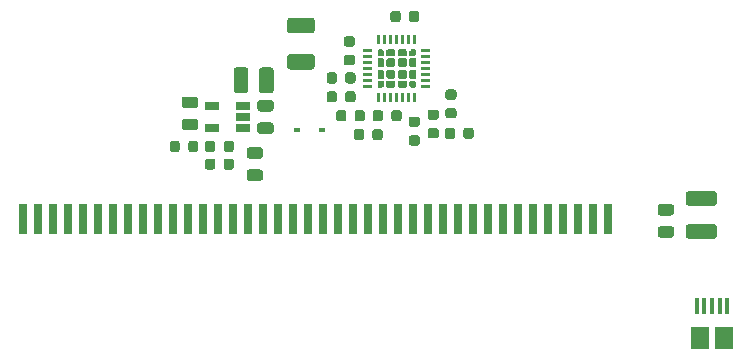
<source format=gbr>
%TF.GenerationSoftware,KiCad,Pcbnew,5.99.0-unknown-acf13a186~104~ubuntu20.04.1*%
%TF.CreationDate,2020-09-23T14:04:27+02:00*%
%TF.ProjectId,matrixctl,6d617472-6978-4637-946c-2e6b69636164,rev?*%
%TF.SameCoordinates,Original*%
%TF.FileFunction,Paste,Top*%
%TF.FilePolarity,Positive*%
%FSLAX46Y46*%
G04 Gerber Fmt 4.6, Leading zero omitted, Abs format (unit mm)*
G04 Created by KiCad (PCBNEW 5.99.0-unknown-acf13a186~104~ubuntu20.04.1) date 2020-09-23 14:04:27*
%MOMM*%
%LPD*%
G01*
G04 APERTURE LIST*
%ADD10R,0.600000X0.450000*%
%ADD11R,1.220000X0.650000*%
%ADD12R,0.800000X2.500000*%
%ADD13R,0.400000X1.350000*%
%ADD14R,1.500000X1.900000*%
G04 APERTURE END LIST*
%TO.C,R106*%
G36*
G01*
X131543750Y-113675000D02*
X132056250Y-113675000D01*
G75*
G02*
X132275000Y-113893750I0J-218750D01*
G01*
X132275000Y-114331250D01*
G75*
G02*
X132056250Y-114550000I-218750J0D01*
G01*
X131543750Y-114550000D01*
G75*
G02*
X131325000Y-114331250I0J218750D01*
G01*
X131325000Y-113893750D01*
G75*
G02*
X131543750Y-113675000I218750J0D01*
G01*
G37*
G36*
G01*
X131543750Y-115250000D02*
X132056250Y-115250000D01*
G75*
G02*
X132275000Y-115468750I0J-218750D01*
G01*
X132275000Y-115906250D01*
G75*
G02*
X132056250Y-116125000I-218750J0D01*
G01*
X131543750Y-116125000D01*
G75*
G02*
X131325000Y-115906250I0J218750D01*
G01*
X131325000Y-115468750D01*
G75*
G02*
X131543750Y-115250000I218750J0D01*
G01*
G37*
%TD*%
%TO.C,R2*%
G36*
G01*
X113525000Y-115943750D02*
X113525000Y-116456250D01*
G75*
G02*
X113306250Y-116675000I-218750J0D01*
G01*
X112868750Y-116675000D01*
G75*
G02*
X112650000Y-116456250I0J218750D01*
G01*
X112650000Y-115943750D01*
G75*
G02*
X112868750Y-115725000I218750J0D01*
G01*
X113306250Y-115725000D01*
G75*
G02*
X113525000Y-115943750I0J-218750D01*
G01*
G37*
G36*
G01*
X111950000Y-115943750D02*
X111950000Y-116456250D01*
G75*
G02*
X111731250Y-116675000I-218750J0D01*
G01*
X111293750Y-116675000D01*
G75*
G02*
X111075000Y-116456250I0J218750D01*
G01*
X111075000Y-115943750D01*
G75*
G02*
X111293750Y-115725000I218750J0D01*
G01*
X111731250Y-115725000D01*
G75*
G02*
X111950000Y-115943750I0J-218750D01*
G01*
G37*
%TD*%
%TO.C,FB102*%
G36*
G01*
X118756250Y-119125000D02*
X117843750Y-119125000D01*
G75*
G02*
X117600000Y-118881250I0J243750D01*
G01*
X117600000Y-118393750D01*
G75*
G02*
X117843750Y-118150000I243750J0D01*
G01*
X118756250Y-118150000D01*
G75*
G02*
X119000000Y-118393750I0J-243750D01*
G01*
X119000000Y-118881250D01*
G75*
G02*
X118756250Y-119125000I-243750J0D01*
G01*
G37*
G36*
G01*
X118756250Y-117250000D02*
X117843750Y-117250000D01*
G75*
G02*
X117600000Y-117006250I0J243750D01*
G01*
X117600000Y-116518750D01*
G75*
G02*
X117843750Y-116275000I243750J0D01*
G01*
X118756250Y-116275000D01*
G75*
G02*
X119000000Y-116518750I0J-243750D01*
G01*
X119000000Y-117006250D01*
G75*
G02*
X118756250Y-117250000I-243750J0D01*
G01*
G37*
%TD*%
%TO.C,C2*%
G36*
G01*
X116525000Y-115943750D02*
X116525000Y-116456250D01*
G75*
G02*
X116306250Y-116675000I-218750J0D01*
G01*
X115868750Y-116675000D01*
G75*
G02*
X115650000Y-116456250I0J218750D01*
G01*
X115650000Y-115943750D01*
G75*
G02*
X115868750Y-115725000I218750J0D01*
G01*
X116306250Y-115725000D01*
G75*
G02*
X116525000Y-115943750I0J-218750D01*
G01*
G37*
G36*
G01*
X114950000Y-115943750D02*
X114950000Y-116456250D01*
G75*
G02*
X114731250Y-116675000I-218750J0D01*
G01*
X114293750Y-116675000D01*
G75*
G02*
X114075000Y-116456250I0J218750D01*
G01*
X114075000Y-115943750D01*
G75*
G02*
X114293750Y-115725000I218750J0D01*
G01*
X114731250Y-115725000D01*
G75*
G02*
X114950000Y-115943750I0J-218750D01*
G01*
G37*
%TD*%
%TO.C,C101*%
G36*
G01*
X123125000Y-109700000D02*
X121275000Y-109700000D01*
G75*
G02*
X121025000Y-109450000I0J250000D01*
G01*
X121025000Y-108625000D01*
G75*
G02*
X121275000Y-108375000I250000J0D01*
G01*
X123125000Y-108375000D01*
G75*
G02*
X123375000Y-108625000I0J-250000D01*
G01*
X123375000Y-109450000D01*
G75*
G02*
X123125000Y-109700000I-250000J0D01*
G01*
G37*
G36*
G01*
X123125000Y-106625000D02*
X121275000Y-106625000D01*
G75*
G02*
X121025000Y-106375000I0J250000D01*
G01*
X121025000Y-105550000D01*
G75*
G02*
X121275000Y-105300000I250000J0D01*
G01*
X123125000Y-105300000D01*
G75*
G02*
X123375000Y-105550000I0J-250000D01*
G01*
X123375000Y-106375000D01*
G75*
G02*
X123125000Y-106625000I-250000J0D01*
G01*
G37*
%TD*%
%TO.C,R112*%
G36*
G01*
X133656250Y-115525000D02*
X133143750Y-115525000D01*
G75*
G02*
X132925000Y-115306250I0J218750D01*
G01*
X132925000Y-114868750D01*
G75*
G02*
X133143750Y-114650000I218750J0D01*
G01*
X133656250Y-114650000D01*
G75*
G02*
X133875000Y-114868750I0J-218750D01*
G01*
X133875000Y-115306250D01*
G75*
G02*
X133656250Y-115525000I-218750J0D01*
G01*
G37*
G36*
G01*
X133656250Y-113950000D02*
X133143750Y-113950000D01*
G75*
G02*
X132925000Y-113731250I0J218750D01*
G01*
X132925000Y-113293750D01*
G75*
G02*
X133143750Y-113075000I218750J0D01*
G01*
X133656250Y-113075000D01*
G75*
G02*
X133875000Y-113293750I0J-218750D01*
G01*
X133875000Y-113731250D01*
G75*
G02*
X133656250Y-113950000I-218750J0D01*
G01*
G37*
%TD*%
%TO.C,R103*%
G36*
G01*
X128275000Y-113856250D02*
X128275000Y-113343750D01*
G75*
G02*
X128493750Y-113125000I218750J0D01*
G01*
X128931250Y-113125000D01*
G75*
G02*
X129150000Y-113343750I0J-218750D01*
G01*
X129150000Y-113856250D01*
G75*
G02*
X128931250Y-114075000I-218750J0D01*
G01*
X128493750Y-114075000D01*
G75*
G02*
X128275000Y-113856250I0J218750D01*
G01*
G37*
G36*
G01*
X129850000Y-113856250D02*
X129850000Y-113343750D01*
G75*
G02*
X130068750Y-113125000I218750J0D01*
G01*
X130506250Y-113125000D01*
G75*
G02*
X130725000Y-113343750I0J-218750D01*
G01*
X130725000Y-113856250D01*
G75*
G02*
X130506250Y-114075000I-218750J0D01*
G01*
X130068750Y-114075000D01*
G75*
G02*
X129850000Y-113856250I0J218750D01*
G01*
G37*
%TD*%
%TO.C,R1*%
G36*
G01*
X116525000Y-117443750D02*
X116525000Y-117956250D01*
G75*
G02*
X116306250Y-118175000I-218750J0D01*
G01*
X115868750Y-118175000D01*
G75*
G02*
X115650000Y-117956250I0J218750D01*
G01*
X115650000Y-117443750D01*
G75*
G02*
X115868750Y-117225000I218750J0D01*
G01*
X116306250Y-117225000D01*
G75*
G02*
X116525000Y-117443750I0J-218750D01*
G01*
G37*
G36*
G01*
X114950000Y-117443750D02*
X114950000Y-117956250D01*
G75*
G02*
X114731250Y-118175000I-218750J0D01*
G01*
X114293750Y-118175000D01*
G75*
G02*
X114075000Y-117956250I0J218750D01*
G01*
X114075000Y-117443750D01*
G75*
G02*
X114293750Y-117225000I218750J0D01*
G01*
X114731250Y-117225000D01*
G75*
G02*
X114950000Y-117443750I0J-218750D01*
G01*
G37*
%TD*%
%TO.C,C3*%
G36*
G01*
X112343750Y-111975000D02*
X113256250Y-111975000D01*
G75*
G02*
X113500000Y-112218750I0J-243750D01*
G01*
X113500000Y-112706250D01*
G75*
G02*
X113256250Y-112950000I-243750J0D01*
G01*
X112343750Y-112950000D01*
G75*
G02*
X112100000Y-112706250I0J243750D01*
G01*
X112100000Y-112218750D01*
G75*
G02*
X112343750Y-111975000I243750J0D01*
G01*
G37*
G36*
G01*
X112343750Y-113850000D02*
X113256250Y-113850000D01*
G75*
G02*
X113500000Y-114093750I0J-243750D01*
G01*
X113500000Y-114581250D01*
G75*
G02*
X113256250Y-114825000I-243750J0D01*
G01*
X112343750Y-114825000D01*
G75*
G02*
X112100000Y-114581250I0J243750D01*
G01*
X112100000Y-114093750D01*
G75*
G02*
X112343750Y-113850000I243750J0D01*
G01*
G37*
%TD*%
%TO.C,R101*%
G36*
G01*
X134375000Y-115356250D02*
X134375000Y-114843750D01*
G75*
G02*
X134593750Y-114625000I218750J0D01*
G01*
X135031250Y-114625000D01*
G75*
G02*
X135250000Y-114843750I0J-218750D01*
G01*
X135250000Y-115356250D01*
G75*
G02*
X135031250Y-115575000I-218750J0D01*
G01*
X134593750Y-115575000D01*
G75*
G02*
X134375000Y-115356250I0J218750D01*
G01*
G37*
G36*
G01*
X135950000Y-115356250D02*
X135950000Y-114843750D01*
G75*
G02*
X136168750Y-114625000I218750J0D01*
G01*
X136606250Y-114625000D01*
G75*
G02*
X136825000Y-114843750I0J-218750D01*
G01*
X136825000Y-115356250D01*
G75*
G02*
X136606250Y-115575000I-218750J0D01*
G01*
X136168750Y-115575000D01*
G75*
G02*
X135950000Y-115356250I0J218750D01*
G01*
G37*
%TD*%
%TO.C,L1*%
G36*
G01*
X116500000Y-111450000D02*
X116500000Y-109750000D01*
G75*
G02*
X116750000Y-109500000I250000J0D01*
G01*
X117500000Y-109500000D01*
G75*
G02*
X117750000Y-109750000I0J-250000D01*
G01*
X117750000Y-111450000D01*
G75*
G02*
X117500000Y-111700000I-250000J0D01*
G01*
X116750000Y-111700000D01*
G75*
G02*
X116500000Y-111450000I0J250000D01*
G01*
G37*
G36*
G01*
X118650000Y-111450000D02*
X118650000Y-109750000D01*
G75*
G02*
X118900000Y-109500000I250000J0D01*
G01*
X119650000Y-109500000D01*
G75*
G02*
X119900000Y-109750000I0J-250000D01*
G01*
X119900000Y-111450000D01*
G75*
G02*
X119650000Y-111700000I-250000J0D01*
G01*
X118900000Y-111700000D01*
G75*
G02*
X118650000Y-111450000I0J250000D01*
G01*
G37*
%TD*%
D10*
%TO.C,D101*%
X123950000Y-114800000D03*
X121850000Y-114800000D03*
%TD*%
%TO.C,FB101*%
G36*
G01*
X153556250Y-123925000D02*
X152643750Y-123925000D01*
G75*
G02*
X152400000Y-123681250I0J243750D01*
G01*
X152400000Y-123193750D01*
G75*
G02*
X152643750Y-122950000I243750J0D01*
G01*
X153556250Y-122950000D01*
G75*
G02*
X153800000Y-123193750I0J-243750D01*
G01*
X153800000Y-123681250D01*
G75*
G02*
X153556250Y-123925000I-243750J0D01*
G01*
G37*
G36*
G01*
X153556250Y-122050000D02*
X152643750Y-122050000D01*
G75*
G02*
X152400000Y-121806250I0J243750D01*
G01*
X152400000Y-121318750D01*
G75*
G02*
X152643750Y-121075000I243750J0D01*
G01*
X153556250Y-121075000D01*
G75*
G02*
X153800000Y-121318750I0J-243750D01*
G01*
X153800000Y-121806250D01*
G75*
G02*
X153556250Y-122050000I-243750J0D01*
G01*
G37*
%TD*%
%TO.C,R102*%
G36*
G01*
X135156250Y-113825000D02*
X134643750Y-113825000D01*
G75*
G02*
X134425000Y-113606250I0J218750D01*
G01*
X134425000Y-113168750D01*
G75*
G02*
X134643750Y-112950000I218750J0D01*
G01*
X135156250Y-112950000D01*
G75*
G02*
X135375000Y-113168750I0J-218750D01*
G01*
X135375000Y-113606250D01*
G75*
G02*
X135156250Y-113825000I-218750J0D01*
G01*
G37*
G36*
G01*
X135156250Y-112250000D02*
X134643750Y-112250000D01*
G75*
G02*
X134425000Y-112031250I0J218750D01*
G01*
X134425000Y-111593750D01*
G75*
G02*
X134643750Y-111375000I218750J0D01*
G01*
X135156250Y-111375000D01*
G75*
G02*
X135375000Y-111593750I0J-218750D01*
G01*
X135375000Y-112031250D01*
G75*
G02*
X135156250Y-112250000I-218750J0D01*
G01*
G37*
%TD*%
%TO.C,C105*%
G36*
G01*
X127625000Y-113343750D02*
X127625000Y-113856250D01*
G75*
G02*
X127406250Y-114075000I-218750J0D01*
G01*
X126968750Y-114075000D01*
G75*
G02*
X126750000Y-113856250I0J218750D01*
G01*
X126750000Y-113343750D01*
G75*
G02*
X126968750Y-113125000I218750J0D01*
G01*
X127406250Y-113125000D01*
G75*
G02*
X127625000Y-113343750I0J-218750D01*
G01*
G37*
G36*
G01*
X126050000Y-113343750D02*
X126050000Y-113856250D01*
G75*
G02*
X125831250Y-114075000I-218750J0D01*
G01*
X125393750Y-114075000D01*
G75*
G02*
X125175000Y-113856250I0J218750D01*
G01*
X125175000Y-113343750D01*
G75*
G02*
X125393750Y-113125000I218750J0D01*
G01*
X125831250Y-113125000D01*
G75*
G02*
X126050000Y-113343750I0J-218750D01*
G01*
G37*
%TD*%
%TO.C,F1*%
G36*
G01*
X155025000Y-119975000D02*
X157175000Y-119975000D01*
G75*
G02*
X157425000Y-120225000I0J-250000D01*
G01*
X157425000Y-120975000D01*
G75*
G02*
X157175000Y-121225000I-250000J0D01*
G01*
X155025000Y-121225000D01*
G75*
G02*
X154775000Y-120975000I0J250000D01*
G01*
X154775000Y-120225000D01*
G75*
G02*
X155025000Y-119975000I250000J0D01*
G01*
G37*
G36*
G01*
X155025000Y-122775000D02*
X157175000Y-122775000D01*
G75*
G02*
X157425000Y-123025000I0J-250000D01*
G01*
X157425000Y-123775000D01*
G75*
G02*
X157175000Y-124025000I-250000J0D01*
G01*
X155025000Y-124025000D01*
G75*
G02*
X154775000Y-123775000I0J250000D01*
G01*
X154775000Y-123025000D01*
G75*
G02*
X155025000Y-122775000I250000J0D01*
G01*
G37*
%TD*%
%TO.C,C103*%
G36*
G01*
X129775000Y-105456250D02*
X129775000Y-104943750D01*
G75*
G02*
X129993750Y-104725000I218750J0D01*
G01*
X130431250Y-104725000D01*
G75*
G02*
X130650000Y-104943750I0J-218750D01*
G01*
X130650000Y-105456250D01*
G75*
G02*
X130431250Y-105675000I-218750J0D01*
G01*
X129993750Y-105675000D01*
G75*
G02*
X129775000Y-105456250I0J218750D01*
G01*
G37*
G36*
G01*
X131350000Y-105456250D02*
X131350000Y-104943750D01*
G75*
G02*
X131568750Y-104725000I218750J0D01*
G01*
X132006250Y-104725000D01*
G75*
G02*
X132225000Y-104943750I0J-218750D01*
G01*
X132225000Y-105456250D01*
G75*
G02*
X132006250Y-105675000I-218750J0D01*
G01*
X131568750Y-105675000D01*
G75*
G02*
X131350000Y-105456250I0J218750D01*
G01*
G37*
%TD*%
%TO.C,R105*%
G36*
G01*
X126825000Y-110143750D02*
X126825000Y-110656250D01*
G75*
G02*
X126606250Y-110875000I-218750J0D01*
G01*
X126168750Y-110875000D01*
G75*
G02*
X125950000Y-110656250I0J218750D01*
G01*
X125950000Y-110143750D01*
G75*
G02*
X126168750Y-109925000I218750J0D01*
G01*
X126606250Y-109925000D01*
G75*
G02*
X126825000Y-110143750I0J-218750D01*
G01*
G37*
G36*
G01*
X125250000Y-110143750D02*
X125250000Y-110656250D01*
G75*
G02*
X125031250Y-110875000I-218750J0D01*
G01*
X124593750Y-110875000D01*
G75*
G02*
X124375000Y-110656250I0J218750D01*
G01*
X124375000Y-110143750D01*
G75*
G02*
X124593750Y-109925000I218750J0D01*
G01*
X125031250Y-109925000D01*
G75*
G02*
X125250000Y-110143750I0J-218750D01*
G01*
G37*
%TD*%
D11*
%TO.C,U1*%
X117310000Y-114650000D03*
X117310000Y-113700000D03*
X117310000Y-112750000D03*
X114690000Y-112750000D03*
X114690000Y-114650000D03*
%TD*%
%TO.C,C1*%
G36*
G01*
X118743750Y-112275000D02*
X119656250Y-112275000D01*
G75*
G02*
X119900000Y-112518750I0J-243750D01*
G01*
X119900000Y-113006250D01*
G75*
G02*
X119656250Y-113250000I-243750J0D01*
G01*
X118743750Y-113250000D01*
G75*
G02*
X118500000Y-113006250I0J243750D01*
G01*
X118500000Y-112518750D01*
G75*
G02*
X118743750Y-112275000I243750J0D01*
G01*
G37*
G36*
G01*
X118743750Y-114150000D02*
X119656250Y-114150000D01*
G75*
G02*
X119900000Y-114393750I0J-243750D01*
G01*
X119900000Y-114881250D01*
G75*
G02*
X119656250Y-115125000I-243750J0D01*
G01*
X118743750Y-115125000D01*
G75*
G02*
X118500000Y-114881250I0J243750D01*
G01*
X118500000Y-114393750D01*
G75*
G02*
X118743750Y-114150000I243750J0D01*
G01*
G37*
%TD*%
D12*
%TO.C,U2*%
X148165000Y-122300000D03*
X146895000Y-122300000D03*
X145625000Y-122300000D03*
X144355000Y-122300000D03*
X143085000Y-122300000D03*
X141815000Y-122300000D03*
X140545000Y-122300000D03*
X139275000Y-122300000D03*
X138005000Y-122300000D03*
X136735000Y-122300000D03*
X135465000Y-122300000D03*
X134195000Y-122300000D03*
X132925000Y-122300000D03*
X131655000Y-122300000D03*
X130385000Y-122300000D03*
X129115000Y-122300000D03*
X127845000Y-122300000D03*
X126575000Y-122300000D03*
X125305000Y-122300000D03*
X124035000Y-122300000D03*
X122765000Y-122300000D03*
X121495000Y-122300000D03*
X120225000Y-122300000D03*
X118955000Y-122300000D03*
X117685000Y-122300000D03*
X116415000Y-122300000D03*
X115145000Y-122300000D03*
X113875000Y-122300000D03*
X112605000Y-122300000D03*
X111335000Y-122300000D03*
X110065000Y-122300000D03*
X108795000Y-122300000D03*
X107525000Y-122300000D03*
X106255000Y-122300000D03*
X104985000Y-122300000D03*
X103715000Y-122300000D03*
X102445000Y-122300000D03*
X101175000Y-122300000D03*
X99905000Y-122300000D03*
X98635000Y-122300000D03*
%TD*%
%TO.C,R104*%
G36*
G01*
X126675000Y-115456250D02*
X126675000Y-114943750D01*
G75*
G02*
X126893750Y-114725000I218750J0D01*
G01*
X127331250Y-114725000D01*
G75*
G02*
X127550000Y-114943750I0J-218750D01*
G01*
X127550000Y-115456250D01*
G75*
G02*
X127331250Y-115675000I-218750J0D01*
G01*
X126893750Y-115675000D01*
G75*
G02*
X126675000Y-115456250I0J218750D01*
G01*
G37*
G36*
G01*
X128250000Y-115456250D02*
X128250000Y-114943750D01*
G75*
G02*
X128468750Y-114725000I218750J0D01*
G01*
X128906250Y-114725000D01*
G75*
G02*
X129125000Y-114943750I0J-218750D01*
G01*
X129125000Y-115456250D01*
G75*
G02*
X128906250Y-115675000I-218750J0D01*
G01*
X128468750Y-115675000D01*
G75*
G02*
X128250000Y-115456250I0J218750D01*
G01*
G37*
%TD*%
D13*
%TO.C,J104*%
X155700000Y-129737500D03*
X156350000Y-129737500D03*
X157000000Y-129737500D03*
X157650000Y-129737500D03*
X158300000Y-129737500D03*
D14*
X156000000Y-132437500D03*
X158000000Y-132437500D03*
%TD*%
%TO.C,C102*%
G36*
G01*
X126556250Y-109325000D02*
X126043750Y-109325000D01*
G75*
G02*
X125825000Y-109106250I0J218750D01*
G01*
X125825000Y-108668750D01*
G75*
G02*
X126043750Y-108450000I218750J0D01*
G01*
X126556250Y-108450000D01*
G75*
G02*
X126775000Y-108668750I0J-218750D01*
G01*
X126775000Y-109106250D01*
G75*
G02*
X126556250Y-109325000I-218750J0D01*
G01*
G37*
G36*
G01*
X126556250Y-107750000D02*
X126043750Y-107750000D01*
G75*
G02*
X125825000Y-107531250I0J218750D01*
G01*
X125825000Y-107093750D01*
G75*
G02*
X126043750Y-106875000I218750J0D01*
G01*
X126556250Y-106875000D01*
G75*
G02*
X126775000Y-107093750I0J-218750D01*
G01*
X126775000Y-107531250D01*
G75*
G02*
X126556250Y-107750000I-218750J0D01*
G01*
G37*
%TD*%
%TO.C,U101*%
G36*
X129079097Y-107998745D02*
G01*
X129104156Y-108006888D01*
X129117738Y-108025582D01*
X129199419Y-108107264D01*
X129218112Y-108120845D01*
X129226253Y-108145902D01*
X129238215Y-108169378D01*
X129234600Y-108192201D01*
X129234601Y-108442476D01*
X129234094Y-108444036D01*
X129234094Y-108461857D01*
X129223619Y-108476274D01*
X129218112Y-108493222D01*
X129203695Y-108503696D01*
X129193221Y-108518113D01*
X129176273Y-108523620D01*
X129161856Y-108534094D01*
X129144036Y-108534094D01*
X129142476Y-108534601D01*
X128782523Y-108534601D01*
X128780963Y-108534094D01*
X128763143Y-108534094D01*
X128748726Y-108523619D01*
X128731778Y-108518112D01*
X128721304Y-108503695D01*
X128706887Y-108493221D01*
X128701380Y-108476273D01*
X128690906Y-108461856D01*
X128690906Y-108444036D01*
X128690399Y-108442476D01*
X128690399Y-108082523D01*
X128690906Y-108080963D01*
X128690906Y-108063143D01*
X128701381Y-108048726D01*
X128706888Y-108031778D01*
X128721304Y-108021304D01*
X128731779Y-108006887D01*
X128748729Y-108001380D01*
X128763145Y-107990906D01*
X128780964Y-107990906D01*
X128782524Y-107990399D01*
X129032806Y-107990399D01*
X129055624Y-107986785D01*
X129079097Y-107998745D01*
G37*
G36*
G01*
X131203113Y-108898444D02*
X131203113Y-109301556D01*
G75*
G02*
X131001556Y-109503113I-201557J0D01*
G01*
X130598444Y-109503113D01*
G75*
G02*
X130396887Y-109301556I0J201557D01*
G01*
X130396887Y-108898444D01*
G75*
G02*
X130598444Y-108696887I201557J0D01*
G01*
X131001556Y-108696887D01*
G75*
G02*
X131203113Y-108898444I0J-201557D01*
G01*
G37*
G36*
X129504091Y-110665399D02*
G01*
X130112956Y-110665400D01*
X130133536Y-110661771D01*
X130139822Y-110665400D01*
X130146225Y-110665400D01*
X130148732Y-110665842D01*
X130166697Y-110680917D01*
X130186997Y-110692637D01*
X130189782Y-110700287D01*
X130196021Y-110705523D01*
X130200094Y-110728619D01*
X130203111Y-110736909D01*
X130203111Y-110745731D01*
X130206741Y-110766317D01*
X130203111Y-110772604D01*
X130203112Y-111044222D01*
X130207768Y-111061598D01*
X130203112Y-111071583D01*
X130203112Y-111082092D01*
X130202670Y-111084599D01*
X130190004Y-111099694D01*
X130187857Y-111104298D01*
X130177188Y-111114968D01*
X130162989Y-111131889D01*
X130159684Y-111132472D01*
X130114249Y-111177907D01*
X130105254Y-111193487D01*
X130094902Y-111197255D01*
X130087472Y-111204685D01*
X130085386Y-111206145D01*
X130065760Y-111207862D01*
X130060982Y-111209601D01*
X130045882Y-111209601D01*
X130023889Y-111211525D01*
X130021141Y-111209601D01*
X129562265Y-111209600D01*
X129544889Y-111214256D01*
X129534904Y-111209600D01*
X129524395Y-111209600D01*
X129521888Y-111209158D01*
X129506793Y-111196491D01*
X129502190Y-111194345D01*
X129491525Y-111183680D01*
X129474599Y-111169477D01*
X129474016Y-111166171D01*
X129428584Y-111120738D01*
X129413002Y-111111742D01*
X129409233Y-111101387D01*
X129401804Y-111093958D01*
X129400344Y-111091873D01*
X129398627Y-111072248D01*
X129396888Y-111067470D01*
X129396888Y-111052369D01*
X129394964Y-111030376D01*
X129396888Y-111027628D01*
X129396888Y-110755554D01*
X129393259Y-110734974D01*
X129396888Y-110728688D01*
X129396888Y-110722286D01*
X129397330Y-110719779D01*
X129412402Y-110701818D01*
X129424126Y-110681513D01*
X129431779Y-110678728D01*
X129437013Y-110672490D01*
X129460102Y-110668419D01*
X129468398Y-110665399D01*
X129477226Y-110665399D01*
X129497806Y-110661770D01*
X129504091Y-110665399D01*
G37*
G36*
X129096582Y-108696888D02*
G01*
X129107093Y-108696888D01*
X129109600Y-108697330D01*
X129124694Y-108709996D01*
X129129299Y-108712143D01*
X129139970Y-108722814D01*
X129156889Y-108737011D01*
X129157472Y-108740316D01*
X129202906Y-108785751D01*
X129218486Y-108794746D01*
X129222254Y-108805099D01*
X129229685Y-108812530D01*
X129231145Y-108814615D01*
X129232862Y-108834244D01*
X129234600Y-108839018D01*
X129234600Y-108854108D01*
X129236525Y-108876111D01*
X129234600Y-108878860D01*
X129234600Y-109337734D01*
X129239256Y-109355111D01*
X129234600Y-109365096D01*
X129234600Y-109375604D01*
X129234158Y-109378111D01*
X129221492Y-109393206D01*
X129219345Y-109397810D01*
X129208678Y-109408477D01*
X129194477Y-109425401D01*
X129191171Y-109425984D01*
X129145738Y-109471416D01*
X129136742Y-109486998D01*
X129126387Y-109490767D01*
X129118958Y-109498196D01*
X129116873Y-109499656D01*
X129097248Y-109501373D01*
X129092470Y-109503112D01*
X129077369Y-109503112D01*
X129055376Y-109505036D01*
X129052628Y-109503112D01*
X128780554Y-109503112D01*
X128759974Y-109506741D01*
X128753688Y-109503112D01*
X128747286Y-109503112D01*
X128744779Y-109502670D01*
X128726816Y-109487597D01*
X128706513Y-109475874D01*
X128703728Y-109468222D01*
X128697490Y-109462988D01*
X128693418Y-109439898D01*
X128690399Y-109431602D01*
X128690399Y-109422774D01*
X128686770Y-109402194D01*
X128690399Y-109395908D01*
X128690400Y-108787043D01*
X128686771Y-108766463D01*
X128690400Y-108760177D01*
X128690400Y-108753775D01*
X128690842Y-108751268D01*
X128705914Y-108733307D01*
X128717637Y-108713002D01*
X128725290Y-108710217D01*
X128730524Y-108703979D01*
X128753613Y-108699908D01*
X128761909Y-108696888D01*
X128770737Y-108696888D01*
X128791317Y-108693259D01*
X128797602Y-108696888D01*
X129069226Y-108696888D01*
X129086599Y-108692233D01*
X129096582Y-108696888D01*
G37*
G36*
X131819037Y-110665906D02*
G01*
X131836856Y-110665906D01*
X131851272Y-110676381D01*
X131868222Y-110681888D01*
X131878697Y-110696306D01*
X131893112Y-110706779D01*
X131898618Y-110723725D01*
X131909094Y-110738144D01*
X131909094Y-110755967D01*
X131909600Y-110757524D01*
X131909601Y-111117476D01*
X131909094Y-111119036D01*
X131909094Y-111136857D01*
X131898619Y-111151274D01*
X131893112Y-111168222D01*
X131878695Y-111178696D01*
X131868221Y-111193113D01*
X131851273Y-111198620D01*
X131836856Y-111209094D01*
X131819036Y-111209094D01*
X131817476Y-111209601D01*
X131567194Y-111209601D01*
X131544377Y-111213215D01*
X131520906Y-111201256D01*
X131495844Y-111193112D01*
X131482260Y-111174415D01*
X131400581Y-111092737D01*
X131381887Y-111079155D01*
X131373745Y-111054096D01*
X131361785Y-111030623D01*
X131365399Y-111007805D01*
X131365399Y-110757523D01*
X131365906Y-110755963D01*
X131365906Y-110738143D01*
X131376381Y-110723726D01*
X131381888Y-110706778D01*
X131396304Y-110696304D01*
X131406779Y-110681887D01*
X131423729Y-110676380D01*
X131438145Y-110665906D01*
X131455964Y-110665906D01*
X131457524Y-110665399D01*
X131817477Y-110665399D01*
X131819037Y-110665906D01*
G37*
G36*
X131567195Y-107990399D02*
G01*
X131817477Y-107990399D01*
X131819037Y-107990906D01*
X131836856Y-107990906D01*
X131851272Y-108001381D01*
X131868222Y-108006888D01*
X131878697Y-108021306D01*
X131893112Y-108031779D01*
X131898618Y-108048725D01*
X131909094Y-108063144D01*
X131909094Y-108080967D01*
X131909600Y-108082524D01*
X131909601Y-108442476D01*
X131909094Y-108444036D01*
X131909094Y-108461857D01*
X131898619Y-108476274D01*
X131893112Y-108493222D01*
X131878695Y-108503696D01*
X131868221Y-108518113D01*
X131851273Y-108523620D01*
X131836856Y-108534094D01*
X131819036Y-108534094D01*
X131817476Y-108534601D01*
X131457523Y-108534601D01*
X131455963Y-108534094D01*
X131438143Y-108534094D01*
X131423726Y-108523619D01*
X131406778Y-108518112D01*
X131396304Y-108503695D01*
X131381887Y-108493221D01*
X131376380Y-108476273D01*
X131365906Y-108461856D01*
X131365906Y-108444036D01*
X131365399Y-108442476D01*
X131365399Y-108192194D01*
X131361785Y-108169376D01*
X131373745Y-108145903D01*
X131381888Y-108120844D01*
X131400581Y-108107263D01*
X131482261Y-108025584D01*
X131495845Y-108006887D01*
X131520907Y-107998744D01*
X131544378Y-107986785D01*
X131567195Y-107990399D01*
G37*
G36*
X130065096Y-107990400D02*
G01*
X130075605Y-107990400D01*
X130078112Y-107990842D01*
X130093207Y-108003509D01*
X130097812Y-108005656D01*
X130108481Y-108016325D01*
X130125401Y-108030523D01*
X130125984Y-108033828D01*
X130171418Y-108079263D01*
X130186997Y-108088258D01*
X130190765Y-108098611D01*
X130198197Y-108106043D01*
X130199657Y-108108128D01*
X130201374Y-108127758D01*
X130203111Y-108132530D01*
X130203111Y-108147617D01*
X130205036Y-108169624D01*
X130203111Y-108172373D01*
X130203112Y-108444445D01*
X130206741Y-108465026D01*
X130203112Y-108471312D01*
X130203112Y-108477713D01*
X130202670Y-108480220D01*
X130187598Y-108498182D01*
X130175874Y-108518487D01*
X130168222Y-108521272D01*
X130162988Y-108527510D01*
X130139897Y-108531582D01*
X130131602Y-108534601D01*
X130122775Y-108534601D01*
X130102195Y-108538230D01*
X130095909Y-108534601D01*
X129487043Y-108534600D01*
X129466463Y-108538229D01*
X129460177Y-108534600D01*
X129453775Y-108534600D01*
X129451268Y-108534158D01*
X129433305Y-108519085D01*
X129413002Y-108507363D01*
X129410217Y-108499711D01*
X129403979Y-108494477D01*
X129399907Y-108471387D01*
X129396888Y-108463091D01*
X129396888Y-108454263D01*
X129393259Y-108433683D01*
X129396888Y-108427397D01*
X129396888Y-108155774D01*
X129392233Y-108138401D01*
X129396888Y-108128418D01*
X129396888Y-108117907D01*
X129397330Y-108115400D01*
X129409996Y-108100306D01*
X129412143Y-108095701D01*
X129422818Y-108085026D01*
X129437012Y-108068111D01*
X129440316Y-108067528D01*
X129485749Y-108022096D01*
X129494746Y-108006513D01*
X129505101Y-108002744D01*
X129512530Y-107995315D01*
X129514615Y-107993855D01*
X129534240Y-107992138D01*
X129539018Y-107990399D01*
X129554119Y-107990399D01*
X129576111Y-107988475D01*
X129578859Y-107990399D01*
X130037739Y-107990400D01*
X130055113Y-107985745D01*
X130065096Y-107990400D01*
G37*
G36*
X129144037Y-110665906D02*
G01*
X129161856Y-110665906D01*
X129176272Y-110676381D01*
X129193222Y-110681888D01*
X129203697Y-110696306D01*
X129218112Y-110706779D01*
X129223618Y-110723725D01*
X129234094Y-110738144D01*
X129234094Y-110755967D01*
X129234600Y-110757524D01*
X129234601Y-111007805D01*
X129238215Y-111030623D01*
X129226256Y-111054095D01*
X129218112Y-111079156D01*
X129199415Y-111092740D01*
X129117737Y-111174419D01*
X129104155Y-111193113D01*
X129079096Y-111201255D01*
X129055623Y-111213215D01*
X129032805Y-111209601D01*
X128782523Y-111209601D01*
X128780963Y-111209094D01*
X128763143Y-111209094D01*
X128748726Y-111198619D01*
X128731778Y-111193112D01*
X128721304Y-111178695D01*
X128706887Y-111168221D01*
X128701380Y-111151273D01*
X128690906Y-111136856D01*
X128690906Y-111119036D01*
X128690399Y-111117476D01*
X128690399Y-110757523D01*
X128690906Y-110755963D01*
X128690906Y-110738143D01*
X128701381Y-110723726D01*
X128706888Y-110706778D01*
X128721304Y-110696304D01*
X128731779Y-110681887D01*
X128748729Y-110676380D01*
X128763145Y-110665906D01*
X128780964Y-110665906D01*
X128782524Y-110665399D01*
X129142477Y-110665399D01*
X129144037Y-110665906D01*
G37*
G36*
X131065096Y-107990400D02*
G01*
X131075605Y-107990400D01*
X131078112Y-107990842D01*
X131093207Y-108003509D01*
X131097812Y-108005656D01*
X131108481Y-108016325D01*
X131125401Y-108030523D01*
X131125984Y-108033828D01*
X131171418Y-108079263D01*
X131186997Y-108088258D01*
X131190765Y-108098611D01*
X131198197Y-108106043D01*
X131199657Y-108108128D01*
X131201374Y-108127758D01*
X131203111Y-108132530D01*
X131203111Y-108147617D01*
X131205036Y-108169624D01*
X131203111Y-108172373D01*
X131203112Y-108444445D01*
X131206741Y-108465026D01*
X131203112Y-108471312D01*
X131203112Y-108477713D01*
X131202670Y-108480220D01*
X131187598Y-108498182D01*
X131175874Y-108518487D01*
X131168222Y-108521272D01*
X131162988Y-108527510D01*
X131139897Y-108531582D01*
X131131602Y-108534601D01*
X131122775Y-108534601D01*
X131102195Y-108538230D01*
X131095909Y-108534601D01*
X130487043Y-108534600D01*
X130466463Y-108538229D01*
X130460177Y-108534600D01*
X130453775Y-108534600D01*
X130451268Y-108534158D01*
X130433305Y-108519085D01*
X130413002Y-108507363D01*
X130410217Y-108499711D01*
X130403979Y-108494477D01*
X130399907Y-108471387D01*
X130396888Y-108463091D01*
X130396888Y-108454263D01*
X130393259Y-108433683D01*
X130396888Y-108427397D01*
X130396888Y-108155774D01*
X130392233Y-108138401D01*
X130396888Y-108128418D01*
X130396888Y-108117907D01*
X130397330Y-108115400D01*
X130409996Y-108100306D01*
X130412143Y-108095701D01*
X130422818Y-108085026D01*
X130437012Y-108068111D01*
X130440316Y-108067528D01*
X130485749Y-108022096D01*
X130494746Y-108006513D01*
X130505101Y-108002744D01*
X130512530Y-107995315D01*
X130514615Y-107993855D01*
X130534240Y-107992138D01*
X130539018Y-107990399D01*
X130554119Y-107990399D01*
X130576111Y-107988475D01*
X130578859Y-107990399D01*
X131037739Y-107990400D01*
X131055113Y-107985745D01*
X131065096Y-107990400D01*
G37*
G36*
X131846311Y-109696888D02*
G01*
X131852714Y-109696888D01*
X131855221Y-109697330D01*
X131873186Y-109712405D01*
X131893486Y-109724126D01*
X131896271Y-109731776D01*
X131902510Y-109737012D01*
X131906583Y-109760108D01*
X131909600Y-109768398D01*
X131909600Y-109777220D01*
X131913230Y-109797806D01*
X131909600Y-109804093D01*
X131909600Y-110412956D01*
X131913229Y-110433537D01*
X131909600Y-110439823D01*
X131909600Y-110446224D01*
X131909158Y-110448731D01*
X131894086Y-110466693D01*
X131882363Y-110486998D01*
X131874711Y-110489783D01*
X131869477Y-110496021D01*
X131846386Y-110500093D01*
X131838091Y-110503112D01*
X131829264Y-110503112D01*
X131808684Y-110506741D01*
X131802398Y-110503112D01*
X131530777Y-110503112D01*
X131513402Y-110507768D01*
X131503417Y-110503112D01*
X131492907Y-110503112D01*
X131490400Y-110502670D01*
X131475305Y-110490003D01*
X131470702Y-110487857D01*
X131460034Y-110477190D01*
X131443111Y-110462989D01*
X131442528Y-110459684D01*
X131397093Y-110414249D01*
X131381513Y-110405254D01*
X131377745Y-110394902D01*
X131370315Y-110387472D01*
X131368855Y-110385386D01*
X131367138Y-110365760D01*
X131365399Y-110360982D01*
X131365399Y-110345882D01*
X131363475Y-110323889D01*
X131365399Y-110321141D01*
X131365400Y-109862261D01*
X131360745Y-109844887D01*
X131365400Y-109834904D01*
X131365400Y-109824395D01*
X131365842Y-109821888D01*
X131378508Y-109806793D01*
X131380656Y-109802188D01*
X131391329Y-109791515D01*
X131405524Y-109774599D01*
X131408828Y-109774016D01*
X131454262Y-109728584D01*
X131463258Y-109713002D01*
X131473613Y-109709233D01*
X131481043Y-109701803D01*
X131483128Y-109700343D01*
X131502754Y-109698626D01*
X131507530Y-109696888D01*
X131522628Y-109696888D01*
X131544624Y-109694964D01*
X131547372Y-109696888D01*
X131819445Y-109696888D01*
X131840025Y-109693259D01*
X131846311Y-109696888D01*
G37*
G36*
G01*
X131203113Y-109898444D02*
X131203113Y-110301556D01*
G75*
G02*
X131001556Y-110503113I-201557J0D01*
G01*
X130598444Y-110503113D01*
G75*
G02*
X130396887Y-110301556I0J201557D01*
G01*
X130396887Y-109898444D01*
G75*
G02*
X130598444Y-109696887I201557J0D01*
G01*
X131001556Y-109696887D01*
G75*
G02*
X131203113Y-109898444I0J-201557D01*
G01*
G37*
G36*
X130504091Y-110665399D02*
G01*
X131112956Y-110665400D01*
X131133536Y-110661771D01*
X131139822Y-110665400D01*
X131146225Y-110665400D01*
X131148732Y-110665842D01*
X131166697Y-110680917D01*
X131186997Y-110692637D01*
X131189782Y-110700287D01*
X131196021Y-110705523D01*
X131200094Y-110728619D01*
X131203111Y-110736909D01*
X131203111Y-110745731D01*
X131206741Y-110766317D01*
X131203111Y-110772604D01*
X131203112Y-111044222D01*
X131207768Y-111061598D01*
X131203112Y-111071583D01*
X131203112Y-111082092D01*
X131202670Y-111084599D01*
X131190004Y-111099694D01*
X131187857Y-111104298D01*
X131177188Y-111114968D01*
X131162989Y-111131889D01*
X131159684Y-111132472D01*
X131114249Y-111177907D01*
X131105254Y-111193487D01*
X131094902Y-111197255D01*
X131087472Y-111204685D01*
X131085386Y-111206145D01*
X131065760Y-111207862D01*
X131060982Y-111209601D01*
X131045882Y-111209601D01*
X131023889Y-111211525D01*
X131021141Y-111209601D01*
X130562265Y-111209600D01*
X130544889Y-111214256D01*
X130534904Y-111209600D01*
X130524395Y-111209600D01*
X130521888Y-111209158D01*
X130506793Y-111196491D01*
X130502190Y-111194345D01*
X130491525Y-111183680D01*
X130474599Y-111169477D01*
X130474016Y-111166171D01*
X130428584Y-111120738D01*
X130413002Y-111111742D01*
X130409233Y-111101387D01*
X130401804Y-111093958D01*
X130400344Y-111091873D01*
X130398627Y-111072248D01*
X130396888Y-111067470D01*
X130396888Y-111052369D01*
X130394964Y-111030376D01*
X130396888Y-111027628D01*
X130396888Y-110755554D01*
X130393259Y-110734974D01*
X130396888Y-110728688D01*
X130396888Y-110722286D01*
X130397330Y-110719779D01*
X130412402Y-110701818D01*
X130424126Y-110681513D01*
X130431779Y-110678728D01*
X130437013Y-110672490D01*
X130460102Y-110668419D01*
X130468398Y-110665399D01*
X130477226Y-110665399D01*
X130497806Y-110661770D01*
X130504091Y-110665399D01*
G37*
G36*
G01*
X130203113Y-108898444D02*
X130203113Y-109301556D01*
G75*
G02*
X130001556Y-109503113I-201557J0D01*
G01*
X129598444Y-109503113D01*
G75*
G02*
X129396887Y-109301556I0J201557D01*
G01*
X129396887Y-108898444D01*
G75*
G02*
X129598444Y-108696887I201557J0D01*
G01*
X130001556Y-108696887D01*
G75*
G02*
X130203113Y-108898444I0J-201557D01*
G01*
G37*
G36*
X131846311Y-108696888D02*
G01*
X131852714Y-108696888D01*
X131855221Y-108697330D01*
X131873186Y-108712405D01*
X131893486Y-108724126D01*
X131896271Y-108731776D01*
X131902510Y-108737012D01*
X131906583Y-108760108D01*
X131909600Y-108768398D01*
X131909600Y-108777220D01*
X131913230Y-108797806D01*
X131909600Y-108804093D01*
X131909600Y-109412956D01*
X131913229Y-109433537D01*
X131909600Y-109439823D01*
X131909600Y-109446224D01*
X131909158Y-109448731D01*
X131894086Y-109466693D01*
X131882363Y-109486998D01*
X131874711Y-109489783D01*
X131869477Y-109496021D01*
X131846386Y-109500093D01*
X131838091Y-109503112D01*
X131829264Y-109503112D01*
X131808684Y-109506741D01*
X131802398Y-109503112D01*
X131530777Y-109503112D01*
X131513402Y-109507768D01*
X131503417Y-109503112D01*
X131492907Y-109503112D01*
X131490400Y-109502670D01*
X131475305Y-109490003D01*
X131470702Y-109487857D01*
X131460034Y-109477190D01*
X131443111Y-109462989D01*
X131442528Y-109459684D01*
X131397093Y-109414249D01*
X131381513Y-109405254D01*
X131377745Y-109394902D01*
X131370315Y-109387472D01*
X131368855Y-109385386D01*
X131367138Y-109365760D01*
X131365399Y-109360982D01*
X131365399Y-109345882D01*
X131363475Y-109323889D01*
X131365399Y-109321141D01*
X131365400Y-108862261D01*
X131360745Y-108844887D01*
X131365400Y-108834904D01*
X131365400Y-108824395D01*
X131365842Y-108821888D01*
X131378508Y-108806793D01*
X131380656Y-108802188D01*
X131391329Y-108791515D01*
X131405524Y-108774599D01*
X131408828Y-108774016D01*
X131454262Y-108728584D01*
X131463258Y-108713002D01*
X131473613Y-108709233D01*
X131481043Y-108701803D01*
X131483128Y-108700343D01*
X131502754Y-108698626D01*
X131507530Y-108696888D01*
X131522628Y-108696888D01*
X131544624Y-108694964D01*
X131547372Y-108696888D01*
X131819445Y-108696888D01*
X131840025Y-108693259D01*
X131846311Y-108696888D01*
G37*
G36*
G01*
X130203113Y-109898444D02*
X130203113Y-110301556D01*
G75*
G02*
X130001556Y-110503113I-201557J0D01*
G01*
X129598444Y-110503113D01*
G75*
G02*
X129396887Y-110301556I0J201557D01*
G01*
X129396887Y-109898444D01*
G75*
G02*
X129598444Y-109696887I201557J0D01*
G01*
X130001556Y-109696887D01*
G75*
G02*
X130203113Y-109898444I0J-201557D01*
G01*
G37*
G36*
X129096582Y-109696888D02*
G01*
X129107093Y-109696888D01*
X129109600Y-109697330D01*
X129124694Y-109709996D01*
X129129299Y-109712143D01*
X129139970Y-109722814D01*
X129156889Y-109737011D01*
X129157472Y-109740316D01*
X129202906Y-109785751D01*
X129218486Y-109794746D01*
X129222254Y-109805099D01*
X129229685Y-109812530D01*
X129231145Y-109814615D01*
X129232862Y-109834244D01*
X129234600Y-109839018D01*
X129234600Y-109854108D01*
X129236525Y-109876111D01*
X129234600Y-109878860D01*
X129234600Y-110337734D01*
X129239256Y-110355111D01*
X129234600Y-110365096D01*
X129234600Y-110375604D01*
X129234158Y-110378111D01*
X129221492Y-110393206D01*
X129219345Y-110397810D01*
X129208678Y-110408477D01*
X129194477Y-110425401D01*
X129191171Y-110425984D01*
X129145738Y-110471416D01*
X129136742Y-110486998D01*
X129126387Y-110490767D01*
X129118958Y-110498196D01*
X129116873Y-110499656D01*
X129097248Y-110501373D01*
X129092470Y-110503112D01*
X129077369Y-110503112D01*
X129055376Y-110505036D01*
X129052628Y-110503112D01*
X128780554Y-110503112D01*
X128759974Y-110506741D01*
X128753688Y-110503112D01*
X128747286Y-110503112D01*
X128744779Y-110502670D01*
X128726816Y-110487597D01*
X128706513Y-110475874D01*
X128703728Y-110468222D01*
X128697490Y-110462988D01*
X128693418Y-110439898D01*
X128690399Y-110431602D01*
X128690399Y-110422774D01*
X128686770Y-110402194D01*
X128690399Y-110395908D01*
X128690400Y-109787043D01*
X128686771Y-109766463D01*
X128690400Y-109760177D01*
X128690400Y-109753775D01*
X128690842Y-109751268D01*
X128705914Y-109733307D01*
X128717637Y-109713002D01*
X128725290Y-109710217D01*
X128730524Y-109703979D01*
X128753613Y-109699908D01*
X128761909Y-109696888D01*
X128770737Y-109696888D01*
X128791317Y-109693259D01*
X128797602Y-109696888D01*
X129069226Y-109696888D01*
X129086599Y-109692233D01*
X129096582Y-109696888D01*
G37*
G36*
G01*
X133150000Y-111037500D02*
X133150000Y-111162500D01*
G75*
G02*
X133087500Y-111225000I-62500J0D01*
G01*
X132412500Y-111225000D01*
G75*
G02*
X132350000Y-111162500I0J62500D01*
G01*
X132350000Y-111037500D01*
G75*
G02*
X132412500Y-110975000I62500J0D01*
G01*
X133087500Y-110975000D01*
G75*
G02*
X133150000Y-111037500I0J-62500D01*
G01*
G37*
G36*
G01*
X133150000Y-110537500D02*
X133150000Y-110662500D01*
G75*
G02*
X133087500Y-110725000I-62500J0D01*
G01*
X132412500Y-110725000D01*
G75*
G02*
X132350000Y-110662500I0J62500D01*
G01*
X132350000Y-110537500D01*
G75*
G02*
X132412500Y-110475000I62500J0D01*
G01*
X133087500Y-110475000D01*
G75*
G02*
X133150000Y-110537500I0J-62500D01*
G01*
G37*
G36*
G01*
X133150000Y-110037500D02*
X133150000Y-110162500D01*
G75*
G02*
X133087500Y-110225000I-62500J0D01*
G01*
X132412500Y-110225000D01*
G75*
G02*
X132350000Y-110162500I0J62500D01*
G01*
X132350000Y-110037500D01*
G75*
G02*
X132412500Y-109975000I62500J0D01*
G01*
X133087500Y-109975000D01*
G75*
G02*
X133150000Y-110037500I0J-62500D01*
G01*
G37*
G36*
G01*
X133150000Y-109537500D02*
X133150000Y-109662500D01*
G75*
G02*
X133087500Y-109725000I-62500J0D01*
G01*
X132412500Y-109725000D01*
G75*
G02*
X132350000Y-109662500I0J62500D01*
G01*
X132350000Y-109537500D01*
G75*
G02*
X132412500Y-109475000I62500J0D01*
G01*
X133087500Y-109475000D01*
G75*
G02*
X133150000Y-109537500I0J-62500D01*
G01*
G37*
G36*
G01*
X133150000Y-109037500D02*
X133150000Y-109162500D01*
G75*
G02*
X133087500Y-109225000I-62500J0D01*
G01*
X132412500Y-109225000D01*
G75*
G02*
X132350000Y-109162500I0J62500D01*
G01*
X132350000Y-109037500D01*
G75*
G02*
X132412500Y-108975000I62500J0D01*
G01*
X133087500Y-108975000D01*
G75*
G02*
X133150000Y-109037500I0J-62500D01*
G01*
G37*
G36*
G01*
X133150000Y-108537500D02*
X133150000Y-108662500D01*
G75*
G02*
X133087500Y-108725000I-62500J0D01*
G01*
X132412500Y-108725000D01*
G75*
G02*
X132350000Y-108662500I0J62500D01*
G01*
X132350000Y-108537500D01*
G75*
G02*
X132412500Y-108475000I62500J0D01*
G01*
X133087500Y-108475000D01*
G75*
G02*
X133150000Y-108537500I0J-62500D01*
G01*
G37*
G36*
G01*
X133150000Y-108037500D02*
X133150000Y-108162500D01*
G75*
G02*
X133087500Y-108225000I-62500J0D01*
G01*
X132412500Y-108225000D01*
G75*
G02*
X132350000Y-108162500I0J62500D01*
G01*
X132350000Y-108037500D01*
G75*
G02*
X132412500Y-107975000I62500J0D01*
G01*
X133087500Y-107975000D01*
G75*
G02*
X133150000Y-108037500I0J-62500D01*
G01*
G37*
G36*
G01*
X131925000Y-106812500D02*
X131925000Y-107487500D01*
G75*
G02*
X131862500Y-107550000I-62500J0D01*
G01*
X131737500Y-107550000D01*
G75*
G02*
X131675000Y-107487500I0J62500D01*
G01*
X131675000Y-106812500D01*
G75*
G02*
X131737500Y-106750000I62500J0D01*
G01*
X131862500Y-106750000D01*
G75*
G02*
X131925000Y-106812500I0J-62500D01*
G01*
G37*
G36*
G01*
X131425000Y-106812500D02*
X131425000Y-107487500D01*
G75*
G02*
X131362500Y-107550000I-62500J0D01*
G01*
X131237500Y-107550000D01*
G75*
G02*
X131175000Y-107487500I0J62500D01*
G01*
X131175000Y-106812500D01*
G75*
G02*
X131237500Y-106750000I62500J0D01*
G01*
X131362500Y-106750000D01*
G75*
G02*
X131425000Y-106812500I0J-62500D01*
G01*
G37*
G36*
G01*
X130925000Y-106812500D02*
X130925000Y-107487500D01*
G75*
G02*
X130862500Y-107550000I-62500J0D01*
G01*
X130737500Y-107550000D01*
G75*
G02*
X130675000Y-107487500I0J62500D01*
G01*
X130675000Y-106812500D01*
G75*
G02*
X130737500Y-106750000I62500J0D01*
G01*
X130862500Y-106750000D01*
G75*
G02*
X130925000Y-106812500I0J-62500D01*
G01*
G37*
G36*
G01*
X130425000Y-106812500D02*
X130425000Y-107487500D01*
G75*
G02*
X130362500Y-107550000I-62500J0D01*
G01*
X130237500Y-107550000D01*
G75*
G02*
X130175000Y-107487500I0J62500D01*
G01*
X130175000Y-106812500D01*
G75*
G02*
X130237500Y-106750000I62500J0D01*
G01*
X130362500Y-106750000D01*
G75*
G02*
X130425000Y-106812500I0J-62500D01*
G01*
G37*
G36*
G01*
X129925000Y-106812500D02*
X129925000Y-107487500D01*
G75*
G02*
X129862500Y-107550000I-62500J0D01*
G01*
X129737500Y-107550000D01*
G75*
G02*
X129675000Y-107487500I0J62500D01*
G01*
X129675000Y-106812500D01*
G75*
G02*
X129737500Y-106750000I62500J0D01*
G01*
X129862500Y-106750000D01*
G75*
G02*
X129925000Y-106812500I0J-62500D01*
G01*
G37*
G36*
G01*
X129425000Y-106812500D02*
X129425000Y-107487500D01*
G75*
G02*
X129362500Y-107550000I-62500J0D01*
G01*
X129237500Y-107550000D01*
G75*
G02*
X129175000Y-107487500I0J62500D01*
G01*
X129175000Y-106812500D01*
G75*
G02*
X129237500Y-106750000I62500J0D01*
G01*
X129362500Y-106750000D01*
G75*
G02*
X129425000Y-106812500I0J-62500D01*
G01*
G37*
G36*
G01*
X128925000Y-106812500D02*
X128925000Y-107487500D01*
G75*
G02*
X128862500Y-107550000I-62500J0D01*
G01*
X128737500Y-107550000D01*
G75*
G02*
X128675000Y-107487500I0J62500D01*
G01*
X128675000Y-106812500D01*
G75*
G02*
X128737500Y-106750000I62500J0D01*
G01*
X128862500Y-106750000D01*
G75*
G02*
X128925000Y-106812500I0J-62500D01*
G01*
G37*
G36*
G01*
X128250000Y-108037500D02*
X128250000Y-108162500D01*
G75*
G02*
X128187500Y-108225000I-62500J0D01*
G01*
X127512500Y-108225000D01*
G75*
G02*
X127450000Y-108162500I0J62500D01*
G01*
X127450000Y-108037500D01*
G75*
G02*
X127512500Y-107975000I62500J0D01*
G01*
X128187500Y-107975000D01*
G75*
G02*
X128250000Y-108037500I0J-62500D01*
G01*
G37*
G36*
G01*
X128250000Y-108537500D02*
X128250000Y-108662500D01*
G75*
G02*
X128187500Y-108725000I-62500J0D01*
G01*
X127512500Y-108725000D01*
G75*
G02*
X127450000Y-108662500I0J62500D01*
G01*
X127450000Y-108537500D01*
G75*
G02*
X127512500Y-108475000I62500J0D01*
G01*
X128187500Y-108475000D01*
G75*
G02*
X128250000Y-108537500I0J-62500D01*
G01*
G37*
G36*
G01*
X128250000Y-109037500D02*
X128250000Y-109162500D01*
G75*
G02*
X128187500Y-109225000I-62500J0D01*
G01*
X127512500Y-109225000D01*
G75*
G02*
X127450000Y-109162500I0J62500D01*
G01*
X127450000Y-109037500D01*
G75*
G02*
X127512500Y-108975000I62500J0D01*
G01*
X128187500Y-108975000D01*
G75*
G02*
X128250000Y-109037500I0J-62500D01*
G01*
G37*
G36*
G01*
X128250000Y-109537500D02*
X128250000Y-109662500D01*
G75*
G02*
X128187500Y-109725000I-62500J0D01*
G01*
X127512500Y-109725000D01*
G75*
G02*
X127450000Y-109662500I0J62500D01*
G01*
X127450000Y-109537500D01*
G75*
G02*
X127512500Y-109475000I62500J0D01*
G01*
X128187500Y-109475000D01*
G75*
G02*
X128250000Y-109537500I0J-62500D01*
G01*
G37*
G36*
G01*
X128250000Y-110037500D02*
X128250000Y-110162500D01*
G75*
G02*
X128187500Y-110225000I-62500J0D01*
G01*
X127512500Y-110225000D01*
G75*
G02*
X127450000Y-110162500I0J62500D01*
G01*
X127450000Y-110037500D01*
G75*
G02*
X127512500Y-109975000I62500J0D01*
G01*
X128187500Y-109975000D01*
G75*
G02*
X128250000Y-110037500I0J-62500D01*
G01*
G37*
G36*
G01*
X128250000Y-110537500D02*
X128250000Y-110662500D01*
G75*
G02*
X128187500Y-110725000I-62500J0D01*
G01*
X127512500Y-110725000D01*
G75*
G02*
X127450000Y-110662500I0J62500D01*
G01*
X127450000Y-110537500D01*
G75*
G02*
X127512500Y-110475000I62500J0D01*
G01*
X128187500Y-110475000D01*
G75*
G02*
X128250000Y-110537500I0J-62500D01*
G01*
G37*
G36*
G01*
X128250000Y-111037500D02*
X128250000Y-111162500D01*
G75*
G02*
X128187500Y-111225000I-62500J0D01*
G01*
X127512500Y-111225000D01*
G75*
G02*
X127450000Y-111162500I0J62500D01*
G01*
X127450000Y-111037500D01*
G75*
G02*
X127512500Y-110975000I62500J0D01*
G01*
X128187500Y-110975000D01*
G75*
G02*
X128250000Y-111037500I0J-62500D01*
G01*
G37*
G36*
G01*
X128925000Y-111712500D02*
X128925000Y-112387500D01*
G75*
G02*
X128862500Y-112450000I-62500J0D01*
G01*
X128737500Y-112450000D01*
G75*
G02*
X128675000Y-112387500I0J62500D01*
G01*
X128675000Y-111712500D01*
G75*
G02*
X128737500Y-111650000I62500J0D01*
G01*
X128862500Y-111650000D01*
G75*
G02*
X128925000Y-111712500I0J-62500D01*
G01*
G37*
G36*
G01*
X129425000Y-111712500D02*
X129425000Y-112387500D01*
G75*
G02*
X129362500Y-112450000I-62500J0D01*
G01*
X129237500Y-112450000D01*
G75*
G02*
X129175000Y-112387500I0J62500D01*
G01*
X129175000Y-111712500D01*
G75*
G02*
X129237500Y-111650000I62500J0D01*
G01*
X129362500Y-111650000D01*
G75*
G02*
X129425000Y-111712500I0J-62500D01*
G01*
G37*
G36*
G01*
X129925000Y-111712500D02*
X129925000Y-112387500D01*
G75*
G02*
X129862500Y-112450000I-62500J0D01*
G01*
X129737500Y-112450000D01*
G75*
G02*
X129675000Y-112387500I0J62500D01*
G01*
X129675000Y-111712500D01*
G75*
G02*
X129737500Y-111650000I62500J0D01*
G01*
X129862500Y-111650000D01*
G75*
G02*
X129925000Y-111712500I0J-62500D01*
G01*
G37*
G36*
G01*
X130425000Y-111712500D02*
X130425000Y-112387500D01*
G75*
G02*
X130362500Y-112450000I-62500J0D01*
G01*
X130237500Y-112450000D01*
G75*
G02*
X130175000Y-112387500I0J62500D01*
G01*
X130175000Y-111712500D01*
G75*
G02*
X130237500Y-111650000I62500J0D01*
G01*
X130362500Y-111650000D01*
G75*
G02*
X130425000Y-111712500I0J-62500D01*
G01*
G37*
G36*
G01*
X130925000Y-111712500D02*
X130925000Y-112387500D01*
G75*
G02*
X130862500Y-112450000I-62500J0D01*
G01*
X130737500Y-112450000D01*
G75*
G02*
X130675000Y-112387500I0J62500D01*
G01*
X130675000Y-111712500D01*
G75*
G02*
X130737500Y-111650000I62500J0D01*
G01*
X130862500Y-111650000D01*
G75*
G02*
X130925000Y-111712500I0J-62500D01*
G01*
G37*
G36*
G01*
X131425000Y-111712500D02*
X131425000Y-112387500D01*
G75*
G02*
X131362500Y-112450000I-62500J0D01*
G01*
X131237500Y-112450000D01*
G75*
G02*
X131175000Y-112387500I0J62500D01*
G01*
X131175000Y-111712500D01*
G75*
G02*
X131237500Y-111650000I62500J0D01*
G01*
X131362500Y-111650000D01*
G75*
G02*
X131425000Y-111712500I0J-62500D01*
G01*
G37*
G36*
G01*
X131925000Y-111712500D02*
X131925000Y-112387500D01*
G75*
G02*
X131862500Y-112450000I-62500J0D01*
G01*
X131737500Y-112450000D01*
G75*
G02*
X131675000Y-112387500I0J62500D01*
G01*
X131675000Y-111712500D01*
G75*
G02*
X131737500Y-111650000I62500J0D01*
G01*
X131862500Y-111650000D01*
G75*
G02*
X131925000Y-111712500I0J-62500D01*
G01*
G37*
%TD*%
%TO.C,C104*%
G36*
G01*
X126825000Y-111743750D02*
X126825000Y-112256250D01*
G75*
G02*
X126606250Y-112475000I-218750J0D01*
G01*
X126168750Y-112475000D01*
G75*
G02*
X125950000Y-112256250I0J218750D01*
G01*
X125950000Y-111743750D01*
G75*
G02*
X126168750Y-111525000I218750J0D01*
G01*
X126606250Y-111525000D01*
G75*
G02*
X126825000Y-111743750I0J-218750D01*
G01*
G37*
G36*
G01*
X125250000Y-111743750D02*
X125250000Y-112256250D01*
G75*
G02*
X125031250Y-112475000I-218750J0D01*
G01*
X124593750Y-112475000D01*
G75*
G02*
X124375000Y-112256250I0J218750D01*
G01*
X124375000Y-111743750D01*
G75*
G02*
X124593750Y-111525000I218750J0D01*
G01*
X125031250Y-111525000D01*
G75*
G02*
X125250000Y-111743750I0J-218750D01*
G01*
G37*
%TD*%
M02*

</source>
